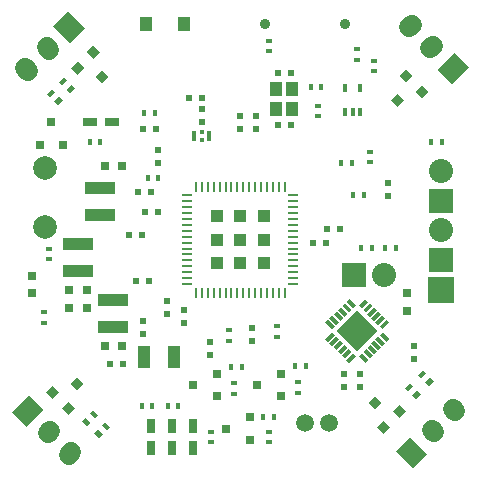
<source format=gbr>
G04 #@! TF.FileFunction,Soldermask,Top*
%FSLAX46Y46*%
G04 Gerber Fmt 4.6, Leading zero omitted, Abs format (unit mm)*
G04 Created by KiCad (PCBNEW (2014-12-04 BZR 5312)-product) date 8/23/2015 4:43:04 PM*
%MOMM*%
G01*
G04 APERTURE LIST*
%ADD10C,0.100000*%
%ADD11R,0.800000X0.750000*%
%ADD12R,0.600000X0.500000*%
%ADD13R,0.500000X0.600000*%
%ADD14R,0.750000X1.200000*%
%ADD15R,0.750000X0.800000*%
%ADD16R,1.200000X0.750000*%
%ADD17R,2.540000X1.021080*%
%ADD18R,2.032000X2.032000*%
%ADD19O,2.032000X2.032000*%
%ADD20R,0.800100X0.800100*%
%ADD21R,0.400000X0.600000*%
%ADD22R,0.600000X0.400000*%
%ADD23C,0.900000*%
%ADD24R,1.100000X1.900000*%
%ADD25R,0.280000X0.850000*%
%ADD26R,0.850000X0.280000*%
%ADD27R,1.000000X1.000000*%
%ADD28C,1.727200*%
%ADD29R,2.235200X2.235200*%
%ADD30R,1.100000X1.200000*%
%ADD31R,0.300000X0.300000*%
%ADD32R,0.400000X0.950000*%
%ADD33R,1.000000X1.200000*%
%ADD34C,1.500000*%
%ADD35C,2.000000*%
%ADD36R,0.406400X0.660400*%
G04 APERTURE END LIST*
D10*
G36*
X162135893Y-106445152D02*
X161570137Y-105879396D01*
X162135893Y-105313640D01*
X162701649Y-105879396D01*
X162135893Y-106445152D01*
X162135893Y-106445152D01*
G37*
G36*
X163479396Y-105101649D02*
X162913640Y-104535893D01*
X163479396Y-103970137D01*
X164045152Y-104535893D01*
X163479396Y-105101649D01*
X163479396Y-105101649D01*
G37*
G36*
X161394152Y-104359908D02*
X160828396Y-103794152D01*
X161394152Y-103228396D01*
X161959908Y-103794152D01*
X161394152Y-104359908D01*
X161394152Y-104359908D01*
G37*
D11*
X137000000Y-95750000D03*
X135500000Y-95750000D03*
X140000000Y-83750000D03*
X138500000Y-83750000D03*
X137000000Y-94250000D03*
X135500000Y-94250000D03*
D12*
X142450000Y-86000000D03*
X141350000Y-86000000D03*
D13*
X143000000Y-83550000D03*
X143000000Y-82450000D03*
X143750000Y-95200000D03*
X143750000Y-96300000D03*
X150000000Y-80650000D03*
X150000000Y-79550000D03*
D11*
X138500000Y-99000000D03*
X140000000Y-99000000D03*
D12*
X140050000Y-100500000D03*
X138950000Y-100500000D03*
X156150000Y-90300000D03*
X157250000Y-90300000D03*
D13*
X145250000Y-95950000D03*
X145250000Y-97050000D03*
X151000000Y-97450000D03*
X151000000Y-98550000D03*
X151300000Y-80650000D03*
X151300000Y-79550000D03*
X141800000Y-97950000D03*
X141800000Y-96850000D03*
D12*
X143000000Y-87650000D03*
X141900000Y-87650000D03*
X141650000Y-89600000D03*
X140550000Y-89600000D03*
X142300000Y-93500000D03*
X141200000Y-93500000D03*
D13*
X147400000Y-98650000D03*
X147400000Y-99750000D03*
D12*
X157350000Y-89100000D03*
X158450000Y-89100000D03*
X142850000Y-80600000D03*
X141750000Y-80600000D03*
X154250000Y-80300000D03*
X153150000Y-80300000D03*
D13*
X162500000Y-86300000D03*
X162500000Y-85200000D03*
D12*
X153150000Y-75900000D03*
X154250000Y-75900000D03*
X146724600Y-78000000D03*
X145624600Y-78000000D03*
D14*
X142400000Y-107650000D03*
X142400000Y-105750000D03*
X144200000Y-107650000D03*
X144200000Y-105750000D03*
X146000000Y-107650000D03*
X146000000Y-105750000D03*
D15*
X132400000Y-94550000D03*
X132400000Y-93050000D03*
D16*
X139150000Y-80000000D03*
X137250000Y-80000000D03*
D10*
G36*
X133554848Y-102935893D02*
X134120604Y-102370137D01*
X134686360Y-102935893D01*
X134120604Y-103501649D01*
X133554848Y-102935893D01*
X133554848Y-102935893D01*
G37*
G36*
X134898351Y-104279396D02*
X135464107Y-103713640D01*
X136029863Y-104279396D01*
X135464107Y-104845152D01*
X134898351Y-104279396D01*
X134898351Y-104279396D01*
G37*
G36*
X135640092Y-102194152D02*
X136205848Y-101628396D01*
X136771604Y-102194152D01*
X136205848Y-102759908D01*
X135640092Y-102194152D01*
X135640092Y-102194152D01*
G37*
G36*
X165945152Y-77464107D02*
X165379396Y-78029863D01*
X164813640Y-77464107D01*
X165379396Y-76898351D01*
X165945152Y-77464107D01*
X165945152Y-77464107D01*
G37*
G36*
X164601649Y-76120604D02*
X164035893Y-76686360D01*
X163470137Y-76120604D01*
X164035893Y-75554848D01*
X164601649Y-76120604D01*
X164601649Y-76120604D01*
G37*
G36*
X163859908Y-78205848D02*
X163294152Y-78771604D01*
X162728396Y-78205848D01*
X163294152Y-77640092D01*
X163859908Y-78205848D01*
X163859908Y-78205848D01*
G37*
G36*
X137564107Y-73554848D02*
X138129863Y-74120604D01*
X137564107Y-74686360D01*
X136998351Y-74120604D01*
X137564107Y-73554848D01*
X137564107Y-73554848D01*
G37*
G36*
X136220604Y-74898351D02*
X136786360Y-75464107D01*
X136220604Y-76029863D01*
X135654848Y-75464107D01*
X136220604Y-74898351D01*
X136220604Y-74898351D01*
G37*
G36*
X138305848Y-75640092D02*
X138871604Y-76205848D01*
X138305848Y-76771604D01*
X137740092Y-76205848D01*
X138305848Y-75640092D01*
X138305848Y-75640092D01*
G37*
D17*
X138100000Y-87945540D03*
X138100000Y-85654460D03*
X139250000Y-95104460D03*
X139250000Y-97395540D03*
X136250000Y-90354460D03*
X136250000Y-92645540D03*
D13*
X146718000Y-80050000D03*
X146718000Y-78950000D03*
D18*
X167000000Y-91750000D03*
D19*
X167000000Y-89210000D03*
D20*
X148000760Y-103250000D03*
X148000760Y-101350000D03*
X146001780Y-102300000D03*
X153400760Y-103250000D03*
X153400760Y-101350000D03*
X151401780Y-102300000D03*
X150800760Y-106950000D03*
X150800760Y-105050000D03*
X148801780Y-106000000D03*
X133050000Y-82000760D03*
X134950000Y-82000760D03*
X134000000Y-80001780D03*
D21*
X149250000Y-100800000D03*
X150150000Y-100800000D03*
X154650000Y-100700000D03*
X155550000Y-100700000D03*
D22*
X149500000Y-103050000D03*
X149500000Y-102150000D03*
D21*
X151950000Y-105000000D03*
X152850000Y-105000000D03*
D22*
X154900000Y-102950000D03*
X154900000Y-102050000D03*
X152400000Y-107150000D03*
X152400000Y-106250000D03*
D21*
X141650000Y-104100000D03*
X142550000Y-104100000D03*
X143850000Y-104100000D03*
X144750000Y-104100000D03*
D22*
X147500000Y-106250000D03*
X147500000Y-107150000D03*
D21*
X156850000Y-77100000D03*
X155950000Y-77100000D03*
D22*
X152400000Y-74050000D03*
X152400000Y-73150000D03*
D21*
X143050000Y-84800000D03*
X142150000Y-84800000D03*
D22*
X156600000Y-78650000D03*
X156600000Y-79550000D03*
D21*
X166150000Y-81700000D03*
X167050000Y-81700000D03*
X141850000Y-79300000D03*
X142750000Y-79300000D03*
X159450000Y-83500000D03*
X158550000Y-83500000D03*
X161150000Y-90700000D03*
X160250000Y-90700000D03*
D22*
X149000000Y-98550000D03*
X149000000Y-97650000D03*
D21*
X162250000Y-90700000D03*
X163150000Y-90700000D03*
X160450000Y-86250000D03*
X159550000Y-86250000D03*
D22*
X161000000Y-82550000D03*
X161000000Y-83450000D03*
X153100000Y-98250000D03*
X153100000Y-97350000D03*
X133800000Y-90750000D03*
X133800000Y-91650000D03*
D10*
G36*
X137052513Y-105771751D02*
X136628249Y-105347487D01*
X136911091Y-105064645D01*
X137335355Y-105488909D01*
X137052513Y-105771751D01*
X137052513Y-105771751D01*
G37*
G36*
X137688909Y-105135355D02*
X137264645Y-104711091D01*
X137547487Y-104428249D01*
X137971751Y-104852513D01*
X137688909Y-105135355D01*
X137688909Y-105135355D01*
G37*
D22*
X161300000Y-74850000D03*
X161300000Y-75750000D03*
D10*
G36*
X138547487Y-105428249D02*
X138971751Y-105852513D01*
X138688909Y-106135355D01*
X138264645Y-105711091D01*
X138547487Y-105428249D01*
X138547487Y-105428249D01*
G37*
G36*
X137911091Y-106064645D02*
X138335355Y-106488909D01*
X138052513Y-106771751D01*
X137628249Y-106347487D01*
X137911091Y-106064645D01*
X137911091Y-106064645D01*
G37*
D22*
X159900000Y-73850000D03*
X159900000Y-74750000D03*
X133400000Y-97050000D03*
X133400000Y-96150000D03*
D21*
X138150000Y-81700000D03*
X137250000Y-81700000D03*
D10*
G36*
X166371751Y-101947487D02*
X165947487Y-102371751D01*
X165664645Y-102088909D01*
X166088909Y-101664645D01*
X166371751Y-101947487D01*
X166371751Y-101947487D01*
G37*
G36*
X165735355Y-101311091D02*
X165311091Y-101735355D01*
X165028249Y-101452513D01*
X165452513Y-101028249D01*
X165735355Y-101311091D01*
X165735355Y-101311091D01*
G37*
G36*
X133628249Y-77652513D02*
X134052513Y-77228249D01*
X134335355Y-77511091D01*
X133911091Y-77935355D01*
X133628249Y-77652513D01*
X133628249Y-77652513D01*
G37*
G36*
X134264645Y-78288909D02*
X134688909Y-77864645D01*
X134971751Y-78147487D01*
X134547487Y-78571751D01*
X134264645Y-78288909D01*
X134264645Y-78288909D01*
G37*
G36*
X163928249Y-102552513D02*
X164352513Y-102128249D01*
X164635355Y-102411091D01*
X164211091Y-102835355D01*
X163928249Y-102552513D01*
X163928249Y-102552513D01*
G37*
G36*
X164564645Y-103188909D02*
X164988909Y-102764645D01*
X165271751Y-103047487D01*
X164847487Y-103471751D01*
X164564645Y-103188909D01*
X164564645Y-103188909D01*
G37*
G36*
X135971751Y-77147487D02*
X135547487Y-77571751D01*
X135264645Y-77288909D01*
X135688909Y-76864645D01*
X135971751Y-77147487D01*
X135971751Y-77147487D01*
G37*
G36*
X135335355Y-76511091D02*
X134911091Y-76935355D01*
X134628249Y-76652513D01*
X135052513Y-76228249D01*
X135335355Y-76511091D01*
X135335355Y-76511091D01*
G37*
D23*
X158900000Y-71750000D03*
X152100000Y-71750000D03*
D24*
X141850000Y-99900000D03*
X144350000Y-99900000D03*
D25*
X149750000Y-94475000D03*
X149250000Y-94475000D03*
X148750000Y-94475000D03*
X148250000Y-94475000D03*
X147750000Y-94475000D03*
X147250000Y-94475000D03*
X146750000Y-94475000D03*
X146250000Y-94475000D03*
X150250000Y-94475000D03*
X150750000Y-94475000D03*
X151250000Y-94475000D03*
X151750000Y-94475000D03*
X152250000Y-94475000D03*
X152750000Y-94475000D03*
X153250000Y-94475000D03*
X153750000Y-94475000D03*
X146250000Y-85525000D03*
X146750000Y-85525000D03*
X147250000Y-85525000D03*
X147750000Y-85525000D03*
X148250000Y-85525000D03*
X148750000Y-85525000D03*
X149250000Y-85525000D03*
X149750000Y-85525000D03*
X150250000Y-85525000D03*
X150750000Y-85525000D03*
X151250000Y-85525000D03*
X151750000Y-85525000D03*
X152250000Y-85525000D03*
X152750000Y-85525000D03*
X153250000Y-85525000D03*
X153750000Y-85525000D03*
D26*
X154475000Y-90250000D03*
X154475000Y-90750000D03*
X154475000Y-91250000D03*
X154475000Y-91750000D03*
X154475000Y-92250000D03*
X154475000Y-92750000D03*
X154475000Y-93250000D03*
X154475000Y-93750000D03*
X154475000Y-89750000D03*
X154475000Y-89250000D03*
X154475000Y-88750000D03*
X154475000Y-88250000D03*
X154475000Y-87750000D03*
X154475000Y-87250000D03*
X154475000Y-86750000D03*
X154475000Y-86250000D03*
X145525000Y-89750000D03*
X145525000Y-89250000D03*
X145525000Y-88750000D03*
X145525000Y-88250000D03*
X145525000Y-87750000D03*
X145525000Y-87250000D03*
X145525000Y-86750000D03*
X145525000Y-86250000D03*
X145525000Y-90250000D03*
X145525000Y-90750000D03*
X145525000Y-91250000D03*
X145525000Y-91750000D03*
X145525000Y-92250000D03*
X145525000Y-92750000D03*
X145525000Y-93250000D03*
X145525000Y-93750000D03*
D27*
X150000000Y-90000000D03*
X150000000Y-88000000D03*
X148000000Y-88000000D03*
X148000000Y-90000000D03*
X148000000Y-92000000D03*
X150000000Y-92000000D03*
X152000000Y-88000000D03*
X152000000Y-90000000D03*
X152000000Y-92000000D03*
D10*
G36*
X131892237Y-105829078D02*
X130670922Y-104607763D01*
X132107763Y-103170922D01*
X133329078Y-104392237D01*
X131892237Y-105829078D01*
X131892237Y-105829078D01*
G37*
D28*
X133688288Y-106403814D02*
X133903814Y-106188288D01*
X135484339Y-108199865D02*
X135699865Y-107984339D01*
D10*
G36*
X168107763Y-74170922D02*
X169329078Y-75392237D01*
X167892237Y-76829078D01*
X166670922Y-75607763D01*
X168107763Y-74170922D01*
X168107763Y-74170922D01*
G37*
D28*
X166311712Y-73596186D02*
X166096186Y-73811712D01*
X164515661Y-71800135D02*
X164300135Y-72015661D01*
D10*
G36*
X165829078Y-108107763D02*
X164607763Y-109329078D01*
X163170922Y-107892237D01*
X164392237Y-106670922D01*
X165829078Y-108107763D01*
X165829078Y-108107763D01*
G37*
D28*
X166403814Y-106311712D02*
X166188288Y-106096186D01*
X168199865Y-104515661D02*
X167984339Y-104300135D01*
D10*
G36*
X134170922Y-71892237D02*
X135392237Y-70670922D01*
X136829078Y-72107763D01*
X135607763Y-73329078D01*
X134170922Y-71892237D01*
X134170922Y-71892237D01*
G37*
D28*
X133596186Y-73688288D02*
X133811712Y-73903814D01*
X131800135Y-75484339D02*
X132015661Y-75699865D01*
D18*
X167000000Y-86750000D03*
D19*
X167000000Y-84210000D03*
D29*
X167000000Y-94250000D03*
D30*
X154400000Y-78950000D03*
X153000000Y-78950000D03*
X153000000Y-77250000D03*
X154400000Y-77250000D03*
D31*
X146718000Y-80925000D03*
X146718000Y-81575000D03*
D32*
X146078000Y-81250000D03*
X147358000Y-81250000D03*
D33*
X145200000Y-71700000D03*
X142000000Y-71700000D03*
D34*
X157500000Y-105500000D03*
X155500000Y-105500000D03*
D35*
X133500000Y-88900000D03*
X133500000Y-83900000D03*
D36*
X158839600Y-79216000D03*
X160160400Y-79216000D03*
X159500000Y-79216000D03*
X160160400Y-77184000D03*
X158839600Y-77184000D03*
D13*
X158800000Y-101350000D03*
X158800000Y-102450000D03*
X160100000Y-101350000D03*
X160100000Y-102450000D03*
X164700000Y-99000000D03*
X164700000Y-100100000D03*
D18*
X159600000Y-93000000D03*
D19*
X162140000Y-93000000D03*
D10*
G36*
X158149911Y-99344023D02*
X157902424Y-99096536D01*
X158468109Y-98530851D01*
X158715596Y-98778338D01*
X158149911Y-99344023D01*
X158149911Y-99344023D01*
G37*
G36*
X157796357Y-98990469D02*
X157548870Y-98742982D01*
X158114555Y-98177297D01*
X158362042Y-98424784D01*
X157796357Y-98990469D01*
X157796357Y-98990469D01*
G37*
G36*
X157442804Y-98636916D02*
X157195317Y-98389429D01*
X157761002Y-97823744D01*
X158008489Y-98071231D01*
X157442804Y-98636916D01*
X157442804Y-98636916D01*
G37*
G36*
X158503464Y-99697576D02*
X158255977Y-99450089D01*
X158821662Y-98884404D01*
X159069149Y-99131891D01*
X158503464Y-99697576D01*
X158503464Y-99697576D01*
G37*
G36*
X158857018Y-100051130D02*
X158609531Y-99803643D01*
X159175216Y-99237958D01*
X159422703Y-99485445D01*
X158857018Y-100051130D01*
X158857018Y-100051130D01*
G37*
G36*
X159210571Y-100404683D02*
X158963084Y-100157196D01*
X159528769Y-99591511D01*
X159776256Y-99838998D01*
X159210571Y-100404683D01*
X159210571Y-100404683D01*
G37*
G36*
X160271231Y-95808489D02*
X160023744Y-95561002D01*
X160589429Y-94995317D01*
X160836916Y-95242804D01*
X160271231Y-95808489D01*
X160271231Y-95808489D01*
G37*
G36*
X160624784Y-96162042D02*
X160377297Y-95914555D01*
X160942982Y-95348870D01*
X161190469Y-95596357D01*
X160624784Y-96162042D01*
X160624784Y-96162042D01*
G37*
G36*
X160978338Y-96515596D02*
X160730851Y-96268109D01*
X161296536Y-95702424D01*
X161544023Y-95949911D01*
X160978338Y-96515596D01*
X160978338Y-96515596D01*
G37*
G36*
X161331891Y-96869149D02*
X161084404Y-96621662D01*
X161650089Y-96055977D01*
X161897576Y-96303464D01*
X161331891Y-96869149D01*
X161331891Y-96869149D01*
G37*
G36*
X161685445Y-97222703D02*
X161437958Y-96975216D01*
X162003643Y-96409531D01*
X162251130Y-96657018D01*
X161685445Y-97222703D01*
X161685445Y-97222703D01*
G37*
G36*
X162038998Y-97576256D02*
X161791511Y-97328769D01*
X162357196Y-96763084D01*
X162604683Y-97010571D01*
X162038998Y-97576256D01*
X162038998Y-97576256D01*
G37*
G36*
X158821662Y-96515596D02*
X158255977Y-95949911D01*
X158503464Y-95702424D01*
X159069149Y-96268109D01*
X158821662Y-96515596D01*
X158821662Y-96515596D01*
G37*
G36*
X159175216Y-96162042D02*
X158609531Y-95596357D01*
X158857018Y-95348870D01*
X159422703Y-95914555D01*
X159175216Y-96162042D01*
X159175216Y-96162042D01*
G37*
G36*
X159528769Y-95808489D02*
X158963084Y-95242804D01*
X159210571Y-94995317D01*
X159776256Y-95561002D01*
X159528769Y-95808489D01*
X159528769Y-95808489D01*
G37*
G36*
X158468109Y-96869149D02*
X157902424Y-96303464D01*
X158149911Y-96055977D01*
X158715596Y-96621662D01*
X158468109Y-96869149D01*
X158468109Y-96869149D01*
G37*
G36*
X158114555Y-97222703D02*
X157548870Y-96657018D01*
X157796357Y-96409531D01*
X158362042Y-96975216D01*
X158114555Y-97222703D01*
X158114555Y-97222703D01*
G37*
G36*
X157761002Y-97576256D02*
X157195317Y-97010571D01*
X157442804Y-96763084D01*
X158008489Y-97328769D01*
X157761002Y-97576256D01*
X157761002Y-97576256D01*
G37*
G36*
X161650089Y-99344023D02*
X161084404Y-98778338D01*
X161331891Y-98530851D01*
X161897576Y-99096536D01*
X161650089Y-99344023D01*
X161650089Y-99344023D01*
G37*
G36*
X162003643Y-98990469D02*
X161437958Y-98424784D01*
X161685445Y-98177297D01*
X162251130Y-98742982D01*
X162003643Y-98990469D01*
X162003643Y-98990469D01*
G37*
G36*
X162357196Y-98636916D02*
X161791511Y-98071231D01*
X162038998Y-97823744D01*
X162604683Y-98389429D01*
X162357196Y-98636916D01*
X162357196Y-98636916D01*
G37*
G36*
X161296536Y-99697576D02*
X160730851Y-99131891D01*
X160978338Y-98884404D01*
X161544023Y-99450089D01*
X161296536Y-99697576D01*
X161296536Y-99697576D01*
G37*
G36*
X160942982Y-100051130D02*
X160377297Y-99485445D01*
X160624784Y-99237958D01*
X161190469Y-99803643D01*
X160942982Y-100051130D01*
X160942982Y-100051130D01*
G37*
G36*
X160589429Y-100404683D02*
X160023744Y-99838998D01*
X160271231Y-99591511D01*
X160836916Y-100157196D01*
X160589429Y-100404683D01*
X160589429Y-100404683D01*
G37*
G36*
X159900000Y-99467767D02*
X158132233Y-97700000D01*
X159900000Y-95932233D01*
X161667767Y-97700000D01*
X159900000Y-99467767D01*
X159900000Y-99467767D01*
G37*
D15*
X164100000Y-96000000D03*
X164100000Y-94500000D03*
M02*

</source>
